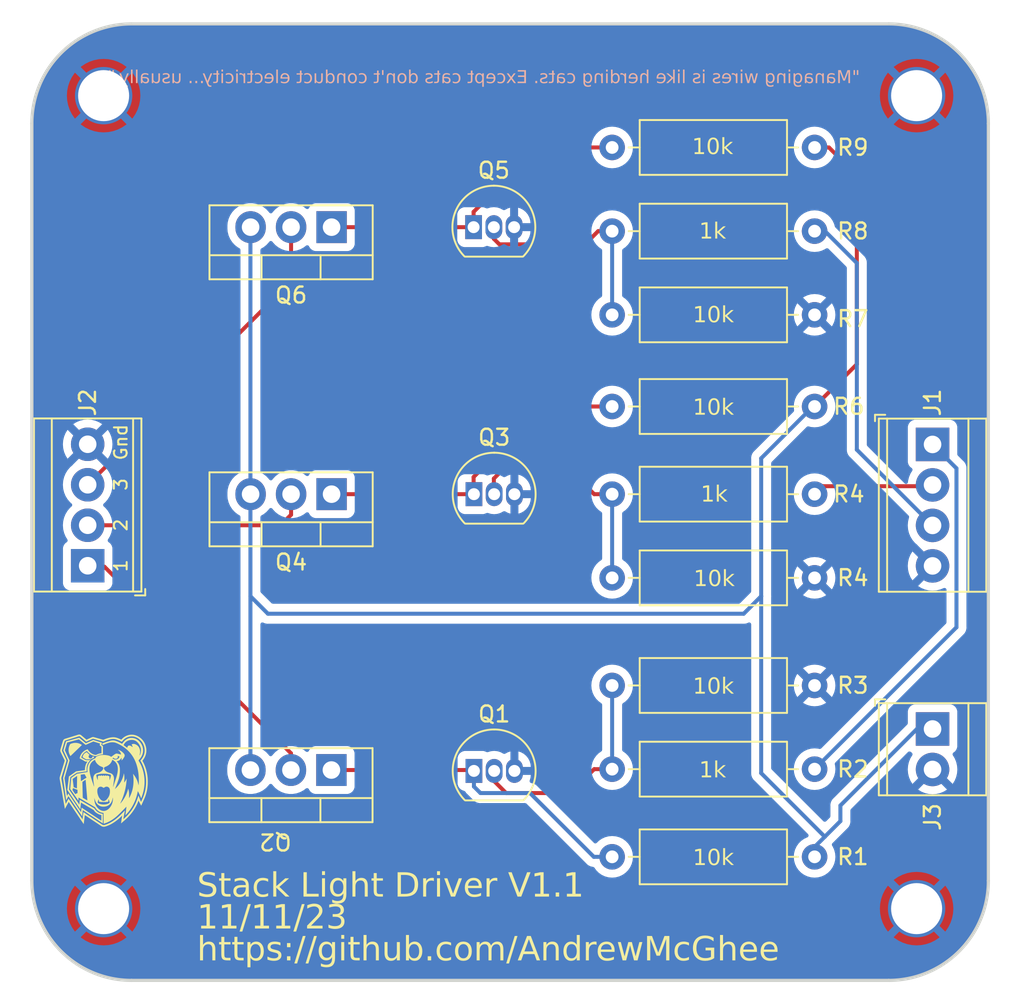
<source format=kicad_pcb>
(kicad_pcb (version 20221018) (generator pcbnew)
  (layers (0 "F.Cu" signal) (31 "B.Cu" signal) (34 "B.Paste" user) (35 "F.Paste" user) (36 "B.SilkS" user "B.Silkscreen") (37 "F.SilkS" user "F.Silkscreen") (38 "B.Mask" user) (39 "F.Mask" user) (44 "Edge.Cuts" user))
  (net 0 "")
  (net 1 "Net-(Q1-D)")
  (net 2 "Net-(Q1-G)")
  (net 3 "+12V")
  (net 4 "LED_1")
  (net 5 "Net-(Q3-D)")
  (net 6 "Net-(Q3-G)")
  (net 7 "LED_2")
  (net 8 "Net-(Q5-D)")
  (net 9 "Net-(Q5-G)")
  (net 10 "LED_3")
  (net 11 "ARD_1")
  (net 12 "ARD_2")
  (net 13 "ARD_3")
  (net 14 "LED_GND")
  (footprint "Package_TO_SOT_THT:TO-220-3_Vertical" (layer "F.Cu") (at 124.55 97.25 180)
    (fp_text reference "Q4" (at 2.54 -4.27) (layer "F.SilkS"))
    (fp_text value "IRF9540N")
    (pad "1" thru_hole rect (at 0 0 180) (size 1.905 2) (drill 1.1) (layers "*.Cu" "*.Mask") (net 5 "Net-(Q3-D)"))
    (pad "2" thru_hole oval (at 2.54 0 180) (size 1.905 2) (drill 1.1) (layers "*.Cu" "*.Mask") (net 7 "LED_2"))
    (pad "3" thru_hole oval (at 5.08 0 180) (size 1.905 2) (drill 1.1) (layers "*.Cu" "*.Mask") (net 3 "+12V"))
  )
  (footprint "MountingHole:MountingHole_3.2mm_M3_DIN965_Pad_TopOnly" (layer "F.Cu") (at 161.25 72.25)
    (fp_text reference "H2" hide)
    (fp_text value "MountingHole")
    (pad "1" thru_hole circle (at 0 0) (size 3.6 3.6) (drill 3.2) (layers "*.Cu" "*.Mask") (net 14 "LED_GND"))
    (pad "1" connect circle (at 0 0) (size 5.6 5.6) (layers "F.Cu" "F.Mask") (net 14 "LED_GND"))
  )
  (footprint "Pics:ORA_Logo" (layer "F.Cu") (at 110.25 115.25)
    (fp_text reference "G1" hide)
    (fp_text value "LOGO" hide)
  )
  (footprint "Resistor_THT:R_Axial_DIN0309_L9.0mm_D3.2mm_P12.70mm_Horizontal" (layer "F.Cu") (at 154.85 97.25 180)
    (fp_text reference "R5" hide)
    (fp_text value "1k")
    (pad "1" thru_hole circle (at 0 0 180) (size 1.6 1.6) (drill 0.8) (layers "*.Cu" "*.Mask") (net 12 "ARD_2"))
    (pad "2" thru_hole oval (at 12.7 0 180) (size 1.6 1.6) (drill 0.8) (layers "*.Cu" "*.Mask") (net 6 "Net-(Q3-G)"))
  )
  (footprint "Package_TO_SOT_THT:TO-92_Inline" (layer "F.Cu") (at 133.48 114.61)
    (fp_text reference "Q1" (at 1.27 -3.56) (layer "F.SilkS"))
    (fp_text value "BS170")
    (pad "1" thru_hole rect (at 0 0) (size 1.05 1.5) (drill 0.75) (layers "*.Cu" "*.Mask") (net 1 "Net-(Q1-D)"))
    (pad "2" thru_hole oval (at 1.27 0) (size 1.05 1.5) (drill 0.75) (layers "*.Cu" "*.Mask") (net 2 "Net-(Q1-G)"))
    (pad "3" thru_hole oval (at 2.54 0) (size 1.05 1.5) (drill 0.75) (layers "*.Cu" "*.Mask") (net 14 "LED_GND"))
  )
  (footprint "Resistor_THT:R_Axial_DIN0309_L9.0mm_D3.2mm_P12.70mm_Horizontal" (layer "F.Cu") (at 154.85 109.25 180)
    (fp_text reference "R3" (at -2.4 0) (layer "F.SilkS"))
    (fp_text value "10k")
    (pad "1" thru_hole circle (at 0 0 180) (size 1.6 1.6) (drill 0.8) (layers "*.Cu" "*.Mask") (net 14 "LED_GND"))
    (pad "2" thru_hole oval (at 12.7 0 180) (size 1.6 1.6) (drill 0.8) (layers "*.Cu" "*.Mask") (net 2 "Net-(Q1-G)"))
  )
  (footprint "Package_TO_SOT_THT:TO-220-3_Vertical" (layer "F.Cu") (at 124.55 80.5 180)
    (fp_text reference "Q6" (at 2.54 -4.27) (layer "F.SilkS"))
    (fp_text value "IRF9540N")
    (pad "1" thru_hole rect (at 0 0 180) (size 1.905 2) (drill 1.1) (layers "*.Cu" "*.Mask") (net 8 "Net-(Q5-D)"))
    (pad "2" thru_hole oval (at 2.54 0 180) (size 1.905 2) (drill 1.1) (layers "*.Cu" "*.Mask") (net 10 "LED_3"))
    (pad "3" thru_hole oval (at 5.08 0 180) (size 1.905 2) (drill 1.1) (layers "*.Cu" "*.Mask") (net 3 "+12V"))
  )
  (footprint "MountingHole:MountingHole_3.2mm_M3_DIN965_Pad_TopOnly" (layer "F.Cu") (at 110.25 123.25)
    (fp_text reference "H3" hide)
    (fp_text value "MountingHole")
    (pad "1" thru_hole circle (at 0 0) (size 3.6 3.6) (drill 3.2) (layers "*.Cu" "*.Mask") (net 14 "LED_GND"))
    (pad "1" connect circle (at 0 0) (size 5.6 5.6) (layers "F.Cu" "F.Mask") (net 14 "LED_GND"))
  )
  (footprint "MountingHole:MountingHole_3.2mm_M3_DIN965_Pad_TopOnly" (layer "F.Cu") (at 110.25 72.25)
    (fp_text reference "H1" hide)
    (fp_text value "MountingHole")
    (pad "1" thru_hole circle (at 0 0) (size 3.6 3.6) (drill 3.2) (layers "*.Cu" "*.Mask") (net 14 "LED_GND"))
    (pad "1" connect circle (at 0 0) (size 5.6 5.6) (layers "F.Cu" "F.Mask") (net 14 "LED_GND"))
  )
  (footprint "TerminalBlock_TE-Connectivity:TerminalBlock_TE_282834-2_1x02_P2.54mm_Horizontal" (layer "F.Cu") (at 162.25 111.98 -90)
    (fp_text reference "J3" (at 5.52 0 90) (layer "F.SilkS"))
    (fp_text value "Conn_01x02")
    (pad "1" thru_hole rect (at 0 0 270) (size 2.1 2.1) (drill 1.1) (layers "*.Cu" "*.Mask") (net 3 "+12V"))
    (pad "2" thru_hole circle (at 2.54 0 270) (size 2.1 2.1) (drill 1.1) (layers "*.Cu" "*.Mask") (net 14 "LED_GND"))
  )
  (footprint "Resistor_THT:R_Axial_DIN0309_L9.0mm_D3.2mm_P12.70mm_Horizontal" (layer "F.Cu") (at 154.85 80.75 180)
    (fp_text reference "R8" (at -2.4 0) (layer "F.SilkS"))
    (fp_text value "1k")
    (pad "1" thru_hole circle (at 0 0 180) (size 1.6 1.6) (drill 0.8) (layers "*.Cu" "*.Mask") (net 13 "ARD_3"))
    (pad "2" thru_hole oval (at 12.7 0 180) (size 1.6 1.6) (drill 0.8) (layers "*.Cu" "*.Mask") (net 9 "Net-(Q5-G)"))
  )
  (footprint "Package_TO_SOT_THT:TO-92_Inline" (layer "F.Cu") (at 133.48 97.25)
    (fp_text reference "Q3" (at 1.27 -3.56) (layer "F.SilkS"))
    (fp_text value "BS170")
    (pad "1" thru_hole rect (at 0 0) (size 1.05 1.5) (drill 0.75) (layers "*.Cu" "*.Mask") (net 5 "Net-(Q3-D)"))
    (pad "2" thru_hole oval (at 1.27 0) (size 1.05 1.5) (drill 0.75) (layers "*.Cu" "*.Mask") (net 6 "Net-(Q3-G)"))
    (pad "3" thru_hole oval (at 2.54 0) (size 1.05 1.5) (drill 0.75) (layers "*.Cu" "*.Mask") (net 14 "LED_GND"))
  )
  (footprint "Resistor_THT:R_Axial_DIN0309_L9.0mm_D3.2mm_P12.70mm_Horizontal" (layer "F.Cu") (at 154.85 91.75 180)
    (fp_text reference "R6" (at -2.15 0) (layer "F.SilkS"))
    (fp_text value "10k")
    (pad "1" thru_hole circle (at 0 0 180) (size 1.6 1.6) (drill 0.8) (layers "*.Cu" "*.Mask") (net 3 "+12V"))
    (pad "2" thru_hole oval (at 12.7 0 180) (size 1.6 1.6) (drill 0.8) (layers "*.Cu" "*.Mask") (net 5 "Net-(Q3-D)"))
  )
  (footprint "Package_TO_SOT_THT:TO-92_Inline" (layer "F.Cu") (at 133.46 80.5)
    (fp_text reference "Q5" (at 1.27 -3.56) (layer "F.SilkS"))
    (fp_text value "BS170")
    (pad "1" thru_hole rect (at 0 0) (size 1.05 1.5) (drill 0.75) (layers "*.Cu" "*.Mask") (net 8 "Net-(Q5-D)"))
    (pad "2" thru_hole oval (at 1.27 0) (size 1.05 1.5) (drill 0.75) (layers "*.Cu" "*.Mask") (net 9 "Net-(Q5-G)"))
    (pad "3" thru_hole oval (at 2.54 0) (size 1.05 1.5) (drill 0.75) (layers "*.Cu" "*.Mask") (net 14 "LED_GND"))
  )
  (footprint "Resistor_THT:R_Axial_DIN0309_L9.0mm_D3.2mm_P12.70mm_Horizontal" (layer "F.Cu") (at 154.85 75.5 180)
    (fp_text reference "R9" (at -2.4 0) (layer "F.SilkS"))
    (fp_text value "10k")
    (pad "1" thru_hole circle (at 0 0 180) (size 1.6 1.6) (drill 0.8) (layers "*.Cu" "*.Mask") (net 3 "+12V"))
    (pad "2" thru_hole oval (at 12.7 0 180) (size 1.6 1.6) (drill 0.8) (layers "*.Cu" "*.Mask") (net 8 "Net-(Q5-D)"))
  )
  (footprint "TerminalBlock_TE-Connectivity:TerminalBlock_TE_282834-4_1x04_P2.54mm_Horizontal" (layer "F.Cu") (at 109.25 101.74 90)
    (fp_text reference "J2" (at 10.24 0 90) (layer "F.SilkS"))
    (fp_text value "LED_OUTPUT")
    (pad "1" thru_hole rect (at 0 0 90) (size 2.1 2.1) (drill 1.1) (layers "*.Cu" "*.Mask") (net 4 "LED_1"))
    (pad "2" thru_hole circle (at 2.54 0 90) (size 2.1 2.1) (drill 1.1) (layers "*.Cu" "*.Mask") (net 7 "LED_2"))
    (pad "3" thru_hole circle (at 5.08 0 90) (size 2.1 2.1) (drill 1.1) (layers "*.Cu" "*.Mask") (net 10 "LED_3"))
    (pad "4" thru_hole circle (at 7.62 0 90) (size 2.1 2.1) (drill 1.1) (layers "*.Cu" "*.Mask") (net 14 "LED_GND"))
  )
  (footprint "Resistor_THT:R_Axial_DIN0309_L9.0mm_D3.2mm_P12.70mm_Horizontal" (layer "F.Cu") (at 154.85 86 180)
    (fp_text reference "R7" (at -2.4 -0.25) (layer "F.SilkS"))
    (fp_text value "10k")
    (pad "1" thru_hole circle (at 0 0 180) (size 1.6 1.6) (drill 0.8) (layers "*.Cu" "*.Mask") (net 14 "LED_GND"))
    (pad "2" thru_hole oval (at 12.7 0 180) (size 1.6 1.6) (drill 0.8) (layers "*.Cu" "*.Mask") (net 9 "Net-(Q5-G)"))
  )
  (footprint "Package_TO_SOT_THT:TO-220-3_Vertical" (layer "F.Cu") (at 124.54 114.555 180)
    (fp_text reference "Q2" hide)
    (fp_text value "IRF9540N")
    (pad "1" thru_hole rect (at 0 0 180) (size 1.905 2) (drill 1.1) (layers "*.Cu" "*.Mask") (net 1 "Net-(Q1-D)"))
    (pad "2" thru_hole oval (at 2.54 0 180) (size 1.905 2) (drill 1.1) (layers "*.Cu" "*.Mask") (net 4 "LED_1"))
    (pad "3" thru_hole oval (at 5.08 0 180) (size 1.905 2) (drill 1.1) (layers "*.Cu" "*.Mask") (net 3 "+12V"))
  )
  (footprint "TerminalBlock_TE-Connectivity:TerminalBlock_TE_282834-4_1x04_P2.54mm_Horizontal" (layer "F.Cu") (at 162.25 94.13 -90)
    (fp_text reference "J1" (at -2.63 0 90) (layer "F.SilkS"))
    (fp_text value "ARDUINO_INPUT")
    (pad "1" thru_hole rect (at 0 0 270) (size 2.1 2.1) (drill 1.1) (layers "*.Cu" "*.Mask") (net 11 "ARD_1"))
    (pad "2" thru_hole circle (at 2.54 0 270) (size 2.1 2.1) (drill 1.1) (layers "*.Cu" "*.Mask") (net 12 "ARD_2"))
    (pad "3" thru_hole circle (at 5.08 0 270) (size 2.1 2.1) (drill 1.1) (layers "*.Cu" "*.Mask") (net 13 "ARD_3"))
    (pad "4" thru_hole circle (at 7.62 0 270) (size 2.1 2.1) (drill 1.1) (layers "*.Cu" "*.Mask") (net 14 "LED_GND"))
  )
  (footprint "Resistor_THT:R_Axial_DIN0309_L9.0mm_D3.2mm_P12.70mm_Horizontal" (layer "F.Cu") (at 154.85 114.5 180)
    (fp_text reference "R2" (at -2.4 0) (layer "F.SilkS"))
    (fp_text value "1k")
    (pad "1" thru_hole circle (at 0 0 180) (size 1.6 1.6) (drill 0.8) (layers "*.Cu" "*.Mask") (net 11 "ARD_1"))
    (pad "2" thru_hole oval (at 12.7 0 180) (size 1.6 1.6) (drill 0.8) (layers "*.Cu" "*.Mask") (net 2 "Net-(Q1-G)"))
  )
  (footprint "MountingHole:MountingHole_3.2mm_M3_DIN965_Pad_TopOnly" (layer "F.Cu") (at 161.25 123.25)
    (fp_text reference "H4" hide)
    (fp_text value "MountingHole")
    (pad "1" thru_hole circle (at 0 0) (size 3.6 3.6) (drill 3.2) (layers "*.Cu" "*.Mask") (net 14 "LED_GND"))
    (pad "1" connect circle (at 0 0) (size 5.6 5.6) (layers "F.Cu" "F.Mask") (net 14 "LED_GND"))
  )
  (footprint "Resistor_THT:R_Axial_DIN0309_L9.0mm_D3.2mm_P12.70mm_Horizontal" (layer "F.Cu") (at 154.85 120 180)
    (fp_text reference "R1" (at -2.4 0) (layer "F.SilkS"))
    (fp_text value "10k")
    (pad "1" thru_hole circle (at 0 0 180) (size 1.6 1.6) (drill 0.8) (layers "*.Cu" "*.Mask") (net 3 "+12V"))
    (pad "2" thru_hole oval (at 12.7 0 180) (size 1.6 1.6) (drill 0.8) (layers "*.Cu" "*.Mask") (net 1 "Net-(Q1-D)"))
  )
  (footprint "Resistor_THT:R_Axial_DIN0309_L9.0mm_D3.2mm_P12.70mm_Horizontal" (layer "F.Cu") (at 154.85 102.5 180)
    (fp_text reference "R4" (at -2.4 0) (layer "F.SilkS"))
    (fp_text value "10k")
    (pad "1" thru_hole circle (at 0 0 180) (size 1.6 1.6) (drill 0.8) (layers "*.Cu" "*.Mask") (net 14 "LED_GND"))
    (pad "2" thru_hole oval (at 12.7 0 180) (size 1.6 1.6) (drill 0.8) (layers "*.Cu" "*.Mask") (net 6 "Net-(Q3-G)"))
  )
  (gr_line (start 165.75 74) (end 165.75 121.5) (stroke (width 0.2)) (layer "Edge.Cuts"))
  (gr_line (start 159.5 127.75) (end 112 127.75) (stroke (width 0.2)) (layer "Edge.Cuts"))
  (gr_arc (start 165.75 121.5) (mid 163.919418 125.919418) (end 159.5 127.75) (stroke (width 0.2)) (layer "Edge.Cuts"))
  (gr_arc (start 112 127.75) (mid 107.580582 125.919418) (end 105.75 121.5) (stroke (width 0.2)) (layer "Edge.Cuts"))
  (gr_arc (start 159.5 67.75) (mid 163.919418 69.580582) (end 165.75 74) (stroke (width 0.2)) (layer "Edge.Cuts"))
  (gr_line (start 105.75 121.5) (end 105.75 74) (stroke (width 0.2)) (layer "Edge.Cuts"))
  (gr_arc (start 105.75 74) (mid 107.580582 69.580582) (end 112 67.75) (stroke (width 0.2)) (layer "Edge.Cuts"))
  (gr_line (start 112 67.75) (end 159.5 67.75) (stroke (width 0.2)) (layer "Edge.Cuts"))
  (gr_text "{dblquote}Managing wires is like herding cats. Except cats don't conduct electricity... usually.{dblquote}" (at 157.7 71.6) (layer "B.SilkS") (effects (font (size 0.8 0.8)) (justify left bottom mirror)))
  (gr_text "10k\n" (at 148.5 91.85) (layer "F.SilkS") (effects (font (size 1 1))))
  (gr_text "Gnd" (at 111.8 95.2 90) (layer "F.SilkS") (effects (font (size 0.8 0.8) (thickness 0.125) bold) (justify left bottom)))
  (gr_text "3\n" (at 111.8 97.1 90) (layer "F.SilkS") (effects (font (size 0.8 0.8) (thickness 0.125) bold) (justify left bottom)))
  (gr_text "Q2" (at 121.03 119.055 180) (layer "F.SilkS") (effects (font (size 1 1))))
  (gr_text "10k\n" (at 148.5 86.05) (layer "F.SilkS") (effects (font (size 1 1))))
  (gr_text "1k\n" (at 148.45 80.8) (layer "F.SilkS") (effects (font (size 1 1))))
  (gr_text "11/11/23" (at 116.107 124.75) (layer "F.SilkS") (effects (font (size 1.5 1.5)) (justify left bottom)))
  (gr_text "1\n" (at 111.8 102.2 90) (layer "F.SilkS") (effects (font (size 0.8 0.8) (thickness 0.125) bold) (justify left bottom)))
  (gr_text "1k" (at 148.55 97.3) (layer "F.SilkS") (effects (font (size 1 1))))
  (gr_text "10k" (at 148.55 102.6) (layer "F.SilkS") (effects (font (size 1 1))))
  (gr_text "1k" (at 148.45 114.6) (layer "F.SilkS") (effects (font (size 1 1))))
  (gr_text "https://github.com/AndrewMcGhee" (at 116.107 126.75) (layer "F.SilkS") (effects (font (size 1.5 1.5)) (justify left bottom)))
  (gr_text "10k" (at 148.45 75.5) (layer "F.SilkS") (effects (font (size 1 1))))
  (gr_text "R4" (at 157 97.25) (layer "F.SilkS") (effects (font (size 1 1))))
  (gr_text "Stack Light Driver V1.1" (at 116.107 122.75) (layer "F.SilkS") (effects (font (size 1.5 1.5)) (justify left bottom)))
  (gr_text "10k" (at 148.5 109.35) (layer "F.SilkS") (effects (font (size 1 1))))
  (gr_text "10k" (at 148.5 120.1) (layer "F.SilkS") (effects (font (size 1 1))))
  (gr_text "2" (at 111.8 99.65 90) (layer "F.SilkS") (effects (font (size 0.8 0.8) (thickness 0.125) bold) (justify left bottom)))
  (segment (start 124.54 114.555) (end 133.425 114.555) (width 0.25) (layer "F.Cu") (net 1))
  (segment (start 133.48 115.59) (end 133.48 114.61) (width 0.25) (layer "B.Cu") (net 1))
  (segment (start 142.15 120) (end 141 120) (width 0.25) (layer "B.Cu") (net 1))
  (segment (start 137 116) (end 133.89 116) (width 0.25) (layer "B.Cu") (net 1))
  (segment (start 141 120) (end 137 116) (width 0.25) (layer "B.Cu") (net 1))
  (segment (start 133.89 116) (end 133.48 115.59) (width 0.25) (layer "B.Cu") (net 1))
  (segment (start 139.523 116) (end 135.5 116) (width 0.25) (layer "F.Cu") (net 2))
  (segment (start 141.023 114.5) (end 139.523 116) (width 0.25) (layer "F.Cu") (net 2))
  (segment (start 135.5 116) (end 134.75 115.25) (width 0.25) (layer "F.Cu") (net 2))
  (segment (start 134.75 115.25) (end 134.75 114.61) (width 0.25) (layer "F.Cu") (net 2))
  (segment (start 142.15 114.5) (end 141.023 114.5) (width 0.25) (layer "F.Cu") (net 2))
  (segment (start 142.15 114.5) (end 142.15 109.25) (width 0.25) (layer "B.Cu") (net 2))
  (segment (start 155.75 75.5) (end 154.85 75.5) (width 0.25) (layer "F.Cu") (net 3))
  (segment (start 154.85 91.75) (end 157.5 89.1) (width 0.25) (layer "F.Cu") (net 3))
  (segment (start 157.5 77.25) (end 155.75 75.5) (width 0.25) (layer "F.Cu") (net 3))
  (segment (start 157.5 89.1) (end 157.5 77.25) (width 0.25) (layer "F.Cu") (net 3))
  (segment (start 151.5 103.653) (end 151.5 95) (width 0.25) (layer "B.Cu") (net 3))
  (segment (start 156.469 117.761) (end 155.49 118.74) (width 0.25) (layer "B.Cu") (net 3))
  (segment (start 151.5 103.653) (end 150.403 104.75) (width 0.25) (layer "B.Cu") (net 3))
  (segment (start 151.5 114.75) (end 151.5 103.653) (width 0.25) (layer "B.Cu") (net 3))
  (segment (start 120.557 104.75) (end 119.46 103.653) (width 0.25) (layer "B.Cu") (net 3))
  (segment (start 151.5 95) (end 154.75 91.75) (width 0.25) (layer "B.Cu") (net 3))
  (segment (start 162.25 111.98) (end 161.27 111.98) (width 0.25) (layer "B.Cu") (net 3))
  (segment (start 119.46 114.555) (end 119.46 103.653) (width 0.25) (layer "B.Cu") (net 3))
  (segment (start 150.403 104.75) (end 120.557 104.75) (width 0.25) (layer "B.Cu") (net 3))
  (segment (start 119.46 103.653) (end 119.46 80.54) (width 0.25) (layer "B.Cu") (net 3))
  (segment (start 161.27 111.98) (end 156.469 116.781) (width 0.25) (layer "B.Cu") (net 3))
  (segment (start 155.49 118.74) (end 151.5 114.75) (width 0.25) (layer "B.Cu") (net 3))
  (segment (start 155.49 118.74) (end 154.85 119.38) (width 0.25) (layer "B.Cu") (net 3))
  (segment (start 156.469 116.781) (end 156.469 117.761) (width 0.25) (layer "B.Cu") (net 3))
  (segment (start 109.25 101.805) (end 110.305 101.805) (width 0.25) (layer "F.Cu") (net 4))
  (segment (start 122 113.5) (end 122 114.555) (width 0.25) (layer "F.Cu") (net 4))
  (segment (start 110.305 101.805) (end 122 113.5) (width 0.25) (layer "F.Cu") (net 4))
  (segment (start 137.883 91.75) (end 133.46 96.1731) (width 0.25) (layer "F.Cu") (net 5))
  (segment (start 124.5 97.25) (end 133.48 97.25) (width 0.25) (layer "F.Cu") (net 5))
  (segment (start 133.46 96.1731) (end 133.46 96.7115) (width 0.25) (layer "F.Cu") (net 5))
  (segment (start 142.15 91.75) (end 137.883 91.75) (width 0.25) (layer "F.Cu") (net 5))
  (segment (start 139.523 95.75) (end 135.25 95.75) (width 0.25) (layer "F.Cu") (net 6))
  (segment (start 142.15 97.25) (end 141.023 97.25) (width 0.25) (layer "F.Cu") (net 6))
  (segment (start 141.023 97.25) (end 139.523 95.75) (width 0.25) (layer "F.Cu") (net 6))
  (segment (start 134.73 96.27) (end 134.73 97.25) (width 0.25) (layer "F.Cu") (net 6))
  (segment (start 135.25 95.75) (end 134.73 96.27) (width 0.25) (layer "F.Cu") (net 6))
  (segment (start 142.15 102.5) (end 142.15 97.25) (width 0.25) (layer "B.Cu") (net 6))
  (segment (start 109.25 99.2) (end 121.35 99.2) (width 0.25) (layer "F.Cu") (net 7))
  (segment (start 122.01 98.54) (end 122.01 97.25) (width 0.25) (layer "F.Cu") (net 7))
  (segment (start 121.35 99.2) (end 122.01 98.54) (width 0.25) (layer "F.Cu") (net 7))
  (segment (start 133.46 79.54) (end 137.5 75.5) (width 0.25) (layer "F.Cu") (net 8))
  (segment (start 124.5 80.5) (end 133.46 80.5) (width 0.25) (layer "F.Cu") (net 8))
  (segment (start 133.46 80.5) (end 133.46 79.54) (width 0.25) (layer "F.Cu") (net 8))
  (segment (start 137.5 75.5) (end 142.4 75.5) (width 0.25) (layer "F.Cu") (net 8))
  (segment (start 135.0769 81.5769) (end 134.73 81.23) (width 0.25) (layer "F.Cu") (net 9))
  (segment (start 134.73 81.23) (end 134.73 80.5) (width 0.25) (layer "F.Cu") (net 9))
  (segment (start 141.2729 80.75) (end 140.446 81.5769) (width 0.25) (layer "F.Cu") (net 9))
  (segment (start 140.446 81.5769) (end 135.0769 81.5769) (width 0.25) (layer "F.Cu") (net 9))
  (segment (start 142.15 80.75) (end 141.2729 80.75) (width 0.25) (layer "F.Cu") (net 9))
  (segment (start 142.15 86) (end 142.15 80.75) (width 0.25) (layer "B.Cu") (net 9))
  (segment (start 122.01 83.9) (end 122.01 80.55) (width 0.25) (layer "F.Cu") (net 10))
  (segment (start 109.25 96.66) (end 122.01 83.9) (width 0.25) (layer "F.Cu") (net 10))
  (segment (start 163.75 95.63) (end 163.75 105.6) (width 0.25) (layer "B.Cu") (net 11))
  (segment (start 162.25 94.13) (end 163.75 95.63) (width 0.25) (layer "B.Cu") (net 11))
  (segment (start 163.75 105.6) (end 154.85 114.5) (width 0.25) (layer "B.Cu") (net 11))
  (segment (start 155.35 96.75) (end 154.85 97.25) (width 0.25) (layer "F.Cu") (net 12))
  (segment (start 162.17 96.75) (end 155.35 96.75) (width 0.25) (layer "F.Cu") (net 12))
  (segment (start 162.25 99.21) (end 157.5 94.46) (width 0.25) (layer "B.Cu") (net 13))
  (segment (start 157.5 82.75) (end 155.5 80.75) (width 0.25) (layer "B.Cu") (net 13))
  (segment (start 157.5 94.46) (end 157.5 82.75) (width 0.25) (layer "B.Cu") (net 13))
  (zone (net 14) (net_name "LED_GND") (layer "B.Cu") (name "gnd") (connect_pads (clearance 0.5)) (min_thickness 0.25) (fill yes (thermal_gap 0.5) (thermal_bridge_width 0.5))
    (polygon (pts (xy 103.75 66.25) (xy 103.75 128.75) (xy 168 129) (xy 167.5 66.25)))
  )
)
</source>
